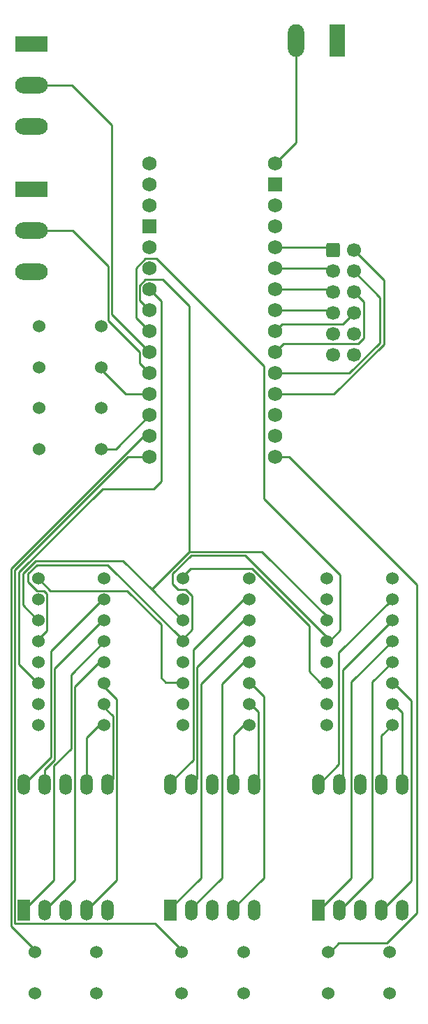
<source format=gbr>
%TF.GenerationSoftware,KiCad,Pcbnew,7.0.10-7.0.10~ubuntu22.04.1*%
%TF.CreationDate,2024-02-07T13:24:05-05:00*%
%TF.ProjectId,CapController,43617043-6f6e-4747-926f-6c6c65722e6b,rev?*%
%TF.SameCoordinates,Original*%
%TF.FileFunction,Copper,L1,Top*%
%TF.FilePolarity,Positive*%
%FSLAX46Y46*%
G04 Gerber Fmt 4.6, Leading zero omitted, Abs format (unit mm)*
G04 Created by KiCad (PCBNEW 7.0.10-7.0.10~ubuntu22.04.1) date 2024-02-07 13:24:05*
%MOMM*%
%LPD*%
G01*
G04 APERTURE LIST*
G04 Aperture macros list*
%AMRoundRect*
0 Rectangle with rounded corners*
0 $1 Rounding radius*
0 $2 $3 $4 $5 $6 $7 $8 $9 X,Y pos of 4 corners*
0 Add a 4 corners polygon primitive as box body*
4,1,4,$2,$3,$4,$5,$6,$7,$8,$9,$2,$3,0*
0 Add four circle primitives for the rounded corners*
1,1,$1+$1,$2,$3*
1,1,$1+$1,$4,$5*
1,1,$1+$1,$6,$7*
1,1,$1+$1,$8,$9*
0 Add four rect primitives between the rounded corners*
20,1,$1+$1,$2,$3,$4,$5,0*
20,1,$1+$1,$4,$5,$6,$7,0*
20,1,$1+$1,$6,$7,$8,$9,0*
20,1,$1+$1,$8,$9,$2,$3,0*%
G04 Aperture macros list end*
%TA.AperFunction,ComponentPad*%
%ADD10R,3.960000X1.980000*%
%TD*%
%TA.AperFunction,ComponentPad*%
%ADD11O,3.960000X1.980000*%
%TD*%
%TA.AperFunction,ComponentPad*%
%ADD12R,1.980000X3.960000*%
%TD*%
%TA.AperFunction,ComponentPad*%
%ADD13O,1.980000X3.960000*%
%TD*%
%TA.AperFunction,ComponentPad*%
%ADD14C,1.524000*%
%TD*%
%TA.AperFunction,ComponentPad*%
%ADD15R,1.524000X2.524000*%
%TD*%
%TA.AperFunction,ComponentPad*%
%ADD16O,1.524000X2.524000*%
%TD*%
%TA.AperFunction,ComponentPad*%
%ADD17C,1.727200*%
%TD*%
%TA.AperFunction,ComponentPad*%
%ADD18R,1.727200X1.727200*%
%TD*%
%TA.AperFunction,ComponentPad*%
%ADD19RoundRect,0.250000X-0.600000X-0.600000X0.600000X-0.600000X0.600000X0.600000X-0.600000X0.600000X0*%
%TD*%
%TA.AperFunction,ComponentPad*%
%ADD20C,1.700000*%
%TD*%
%TA.AperFunction,Conductor*%
%ADD21C,0.250000*%
%TD*%
G04 APERTURE END LIST*
D10*
%TO.P,Wheel_Pot1,1,Pin_1*%
%TO.N,+5V*%
X183770000Y-51000000D03*
D11*
%TO.P,Wheel_Pot1,2,Pin_2*%
%TO.N,Net-(Wheel_Pot1-Pin_2)*%
X183770000Y-56000000D03*
%TO.P,Wheel_Pot1,3,Pin_3*%
%TO.N,GND*%
X183770000Y-61000000D03*
%TD*%
D12*
%TO.P,Power_Terminal1,1,Pin_1*%
%TO.N,GND*%
X220900000Y-33020000D03*
D13*
%TO.P,Power_Terminal1,2,Pin_2*%
%TO.N,Net-(Power_Terminal1-Pin_2)*%
X215900000Y-33020000D03*
%TD*%
D14*
%TO.P,SW_Stop_Reset1,1,1*%
%TO.N,Net-(Nano_33_IoT1-PadD9)*%
X192250000Y-72630000D03*
%TO.P,SW_Stop_Reset1,2,2*%
%TO.N,unconnected-(SW_Stop_Reset1-Pad2)*%
X192250000Y-67630000D03*
%TO.P,SW_Stop_Reset1,3,K*%
%TO.N,unconnected-(SW_Stop_Reset1-K-Pad3)*%
X184750000Y-67630000D03*
%TO.P,SW_Stop_Reset1,4,A*%
%TO.N,GND*%
X184750000Y-72630000D03*
%TD*%
%TO.P,SW_Car2,1,1*%
%TO.N,Net-(Nano_33_IoT1-D12_MISO)*%
X202010000Y-143500000D03*
%TO.P,SW_Car2,2,2*%
%TO.N,unconnected-(SW_Car2-Pad2)*%
X202010000Y-148500000D03*
%TO.P,SW_Car2,3,K*%
%TO.N,unconnected-(SW_Car2-K-Pad3)*%
X209510000Y-148500000D03*
%TO.P,SW_Car2,4,A*%
%TO.N,GND*%
X209510000Y-143500000D03*
%TD*%
%TO.P,SW_Car1,1,1*%
%TO.N,Net-(Nano_33_IoT1-D11_MOSI)*%
X184190000Y-143500000D03*
%TO.P,SW_Car1,2,2*%
%TO.N,unconnected-(SW_Car1-Pad2)*%
X184190000Y-148500000D03*
%TO.P,SW_Car1,3,K*%
%TO.N,unconnected-(SW_Car1-K-Pad3)*%
X191690000Y-148500000D03*
%TO.P,SW_Car1,4,A*%
%TO.N,GND*%
X191690000Y-143500000D03*
%TD*%
D15*
%TO.P,7_Seg_Dis_3,1,e*%
%TO.N,Net-(7_Seg_Dis_3-e)*%
X218590000Y-138410000D03*
D16*
%TO.P,7_Seg_Dis_3,2,d*%
%TO.N,Net-(7_Seg_Dis_3-d)*%
X221130000Y-138410000D03*
%TO.P,7_Seg_Dis_3,3,C.A.*%
%TO.N,GND*%
X223670000Y-138410000D03*
%TO.P,7_Seg_Dis_3,4,c*%
%TO.N,Net-(7_Seg_Dis_3-c)*%
X226210000Y-138410000D03*
%TO.P,7_Seg_Dis_3,5,DP*%
%TO.N,unconnected-(7_Seg_Dis_3-DP-Pad5)*%
X228750000Y-138410000D03*
%TO.P,7_Seg_Dis_3,6,b*%
%TO.N,Net-(7_Seg_Dis_3-b)*%
X228750000Y-123170000D03*
%TO.P,7_Seg_Dis_3,7,a*%
%TO.N,Net-(7_Seg_Dis_3-a)*%
X226210000Y-123170000D03*
%TO.P,7_Seg_Dis_3,8,C.A.*%
%TO.N,GND*%
X223670000Y-123170000D03*
%TO.P,7_Seg_Dis_3,9,f*%
%TO.N,Net-(7_Seg_Dis_3-f)*%
X221130000Y-123170000D03*
%TO.P,7_Seg_Dis_3,10,g*%
%TO.N,Net-(7_Seg_Dis_3-g)*%
X218590000Y-123170000D03*
%TD*%
D14*
%TO.P,SW_Start1,1,1*%
%TO.N,Net-(Nano_33_IoT1-PadD10)*%
X192250000Y-82500000D03*
%TO.P,SW_Start1,2,2*%
%TO.N,unconnected-(SW_Start1-Pad2)*%
X192250000Y-77500000D03*
%TO.P,SW_Start1,3,K*%
%TO.N,unconnected-(SW_Start1-K-Pad3)*%
X184750000Y-77500000D03*
%TO.P,SW_Start1,4,A*%
%TO.N,GND*%
X184750000Y-82500000D03*
%TD*%
D10*
%TO.P,Trigger_Pot1,1,Pin_1*%
%TO.N,+5V*%
X183760000Y-33455000D03*
D11*
%TO.P,Trigger_Pot1,2,Pin_2*%
%TO.N,Net-(Trigger_Pot1-Pin_2)*%
X183760000Y-38455000D03*
%TO.P,Trigger_Pot1,3,Pin_3*%
%TO.N,GND*%
X183760000Y-43455000D03*
%TD*%
D17*
%TO.P,Nano_33_IoT1,3V3,3.3V*%
%TO.N,+5V*%
X213360000Y-80970000D03*
%TO.P,Nano_33_IoT1,5V,5V*%
%TO.N,unconnected-(Nano_33_IoT1-Pad5V)*%
X213360000Y-55570000D03*
%TO.P,Nano_33_IoT1,A0,A0/DAC*%
%TO.N,Net-(Nano_33_IoT1-A0{slash}DAC)*%
X213360000Y-75890000D03*
%TO.P,Nano_33_IoT1,A1,A1*%
%TO.N,Net-(PMOD_Connector1-Pin_4)*%
X213360000Y-73350000D03*
%TO.P,Nano_33_IoT1,A2,A2*%
%TO.N,Net-(PMOD_Connector1-Pin_6)*%
X213360000Y-70810000D03*
%TO.P,Nano_33_IoT1,A3,A3*%
%TO.N,Net-(PMOD_Connector1-Pin_8)*%
X213360000Y-68270000D03*
%TO.P,Nano_33_IoT1,A4,A4/SDA*%
%TO.N,Net-(Nano_33_IoT1-A4{slash}SDA)*%
X213360000Y-65730000D03*
%TO.P,Nano_33_IoT1,A5,A5/SCL*%
%TO.N,Net-(Nano_33_IoT1-A5{slash}SCL)*%
X213360000Y-63190000D03*
%TO.P,Nano_33_IoT1,A6,A6*%
%TO.N,Net-(PMOD_Connector1-Pin_3)*%
X213360000Y-60650000D03*
%TO.P,Nano_33_IoT1,A7,A7*%
%TO.N,Net-(PMOD_Connector1-Pin_1)*%
X213360000Y-58110000D03*
%TO.P,Nano_33_IoT1,AREF,AREF*%
%TO.N,unconnected-(Nano_33_IoT1-PadAREF)*%
X213360000Y-78430000D03*
%TO.P,Nano_33_IoT1,D0,D0/RX*%
%TO.N,unconnected-(Nano_33_IoT1-D0{slash}RX-PadD0)*%
X198120000Y-50490000D03*
%TO.P,Nano_33_IoT1,D1,D1/TX*%
%TO.N,unconnected-(Nano_33_IoT1-D1{slash}TX-PadD1)*%
X198120000Y-47950000D03*
%TO.P,Nano_33_IoT1,D2,D2*%
%TO.N,unconnected-(Nano_33_IoT1-PadD2)*%
X198120000Y-58110000D03*
%TO.P,Nano_33_IoT1,D3,D3*%
%TO.N,unconnected-(Nano_33_IoT1-PadD3)*%
X198120000Y-60650000D03*
%TO.P,Nano_33_IoT1,D4,D4*%
%TO.N,/LED_Data_In*%
X198120000Y-63190000D03*
%TO.P,Nano_33_IoT1,D5,D5*%
%TO.N,/LED_Data_In_CLK*%
X198120000Y-65730000D03*
%TO.P,Nano_33_IoT1,D6,D6*%
%TO.N,/LED_Store_CLK*%
X198120000Y-68270000D03*
%TO.P,Nano_33_IoT1,D7,D7*%
%TO.N,Net-(Trigger_Pot1-Pin_2)*%
X198120000Y-70810000D03*
%TO.P,Nano_33_IoT1,D8,D8*%
%TO.N,Net-(Wheel_Pot1-Pin_2)*%
X198120000Y-73350000D03*
%TO.P,Nano_33_IoT1,D9,D9*%
%TO.N,Net-(Nano_33_IoT1-PadD9)*%
X198120000Y-75890000D03*
%TO.P,Nano_33_IoT1,D10,D10*%
%TO.N,Net-(Nano_33_IoT1-PadD10)*%
X198120000Y-78430000D03*
%TO.P,Nano_33_IoT1,D11,D11_MOSI*%
%TO.N,Net-(Nano_33_IoT1-D11_MOSI)*%
X198120000Y-80970000D03*
%TO.P,Nano_33_IoT1,D12,D12_MISO*%
%TO.N,Net-(Nano_33_IoT1-D12_MISO)*%
X198120000Y-83510000D03*
%TO.P,Nano_33_IoT1,D13,D13_SCK*%
%TO.N,Net-(Nano_33_IoT1-D13_SCK)*%
X213360000Y-83510000D03*
D18*
%TO.P,Nano_33_IoT1,GND1,GND*%
%TO.N,GND*%
X198120000Y-55570000D03*
%TO.P,Nano_33_IoT1,GND2,GND*%
%TO.N,unconnected-(Nano_33_IoT1-GND-PadGND2)*%
X213360000Y-50490000D03*
D17*
%TO.P,Nano_33_IoT1,RST1,RESET*%
%TO.N,unconnected-(Nano_33_IoT1-RESET-PadRST1)*%
X198120000Y-53030000D03*
%TO.P,Nano_33_IoT1,RST2,RESET*%
%TO.N,unconnected-(Nano_33_IoT1-RESET-PadRST2)*%
X213360000Y-53030000D03*
%TO.P,Nano_33_IoT1,VIN,VIN*%
%TO.N,Net-(Power_Terminal1-Pin_2)*%
X213360000Y-47950000D03*
%TD*%
D14*
%TO.P,Shift_Reg_1,1,QB*%
%TO.N,Net-(7_Seg_Dis_1-a)*%
X192600000Y-116010000D03*
%TO.P,Shift_Reg_1,2,QC*%
%TO.N,Net-(7_Seg_Dis_1-b)*%
X192600000Y-113470000D03*
%TO.P,Shift_Reg_1,3,QD*%
%TO.N,Net-(7_Seg_Dis_1-c)*%
X192600000Y-110930000D03*
%TO.P,Shift_Reg_1,4,QE*%
%TO.N,Net-(7_Seg_Dis_1-d)*%
X192600000Y-108390000D03*
%TO.P,Shift_Reg_1,5,QF*%
%TO.N,Net-(7_Seg_Dis_1-e)*%
X192600000Y-105850000D03*
%TO.P,Shift_Reg_1,6,QG*%
%TO.N,Net-(7_Seg_Dis_1-f)*%
X192600000Y-103310000D03*
%TO.P,Shift_Reg_1,7,QH*%
%TO.N,Net-(7_Seg_Dis_1-g)*%
X192600000Y-100770000D03*
%TO.P,Shift_Reg_1,8,GND*%
%TO.N,GND*%
X192600000Y-98230000D03*
%TO.P,Shift_Reg_1,9,QH'*%
%TO.N,Net-(Shift_Reg_1-QH')*%
X184600000Y-98230000D03*
%TO.P,Shift_Reg_1,10,~{SRCLR}*%
%TO.N,+5V*%
X184600000Y-100770000D03*
%TO.P,Shift_Reg_1,11,SRCLK*%
%TO.N,/LED_Data_In_CLK*%
X184600000Y-103310000D03*
%TO.P,Shift_Reg_1,12,RCLK*%
%TO.N,/LED_Store_CLK*%
X184600000Y-105850000D03*
%TO.P,Shift_Reg_1,13,~{OE}*%
%TO.N,GND*%
X184600000Y-108390000D03*
%TO.P,Shift_Reg_1,14,SER*%
%TO.N,/LED_Data_In*%
X184600000Y-110930000D03*
%TO.P,Shift_Reg_1,15,QA*%
%TO.N,unconnected-(Shift_Reg_1-QA-Pad15)*%
X184600000Y-113470000D03*
%TO.P,Shift_Reg_1,16,VCC*%
%TO.N,+5V*%
X184600000Y-116010000D03*
%TD*%
D15*
%TO.P,7_Seg_Dis_2,1,e*%
%TO.N,Net-(7_Seg_Dis_2-e)*%
X200660000Y-138410000D03*
D16*
%TO.P,7_Seg_Dis_2,2,d*%
%TO.N,Net-(7_Seg_Dis_2-d)*%
X203200000Y-138410000D03*
%TO.P,7_Seg_Dis_2,3,C.A.*%
%TO.N,GND*%
X205740000Y-138410000D03*
%TO.P,7_Seg_Dis_2,4,c*%
%TO.N,Net-(7_Seg_Dis_2-c)*%
X208280000Y-138410000D03*
%TO.P,7_Seg_Dis_2,5,DP*%
%TO.N,unconnected-(7_Seg_Dis_2-DP-Pad5)*%
X210820000Y-138410000D03*
%TO.P,7_Seg_Dis_2,6,b*%
%TO.N,Net-(7_Seg_Dis_2-b)*%
X210820000Y-123170000D03*
%TO.P,7_Seg_Dis_2,7,a*%
%TO.N,Net-(7_Seg_Dis_2-a)*%
X208280000Y-123170000D03*
%TO.P,7_Seg_Dis_2,8,C.A.*%
%TO.N,GND*%
X205740000Y-123170000D03*
%TO.P,7_Seg_Dis_2,9,f*%
%TO.N,Net-(7_Seg_Dis_2-f)*%
X203200000Y-123170000D03*
%TO.P,7_Seg_Dis_2,10,g*%
%TO.N,Net-(7_Seg_Dis_2-g)*%
X200660000Y-123170000D03*
%TD*%
D14*
%TO.P,Shift_Reg_2,1,QB*%
%TO.N,Net-(7_Seg_Dis_2-a)*%
X210200000Y-116010000D03*
%TO.P,Shift_Reg_2,2,QC*%
%TO.N,Net-(7_Seg_Dis_2-b)*%
X210200000Y-113470000D03*
%TO.P,Shift_Reg_2,3,QD*%
%TO.N,Net-(7_Seg_Dis_2-c)*%
X210200000Y-110930000D03*
%TO.P,Shift_Reg_2,4,QE*%
%TO.N,Net-(7_Seg_Dis_2-d)*%
X210200000Y-108390000D03*
%TO.P,Shift_Reg_2,5,QF*%
%TO.N,Net-(7_Seg_Dis_2-e)*%
X210200000Y-105850000D03*
%TO.P,Shift_Reg_2,6,QG*%
%TO.N,Net-(7_Seg_Dis_2-f)*%
X210200000Y-103310000D03*
%TO.P,Shift_Reg_2,7,QH*%
%TO.N,Net-(7_Seg_Dis_2-g)*%
X210200000Y-100770000D03*
%TO.P,Shift_Reg_2,8,GND*%
%TO.N,GND*%
X210200000Y-98230000D03*
%TO.P,Shift_Reg_2,9,QH'*%
%TO.N,Net-(Shift_Reg_2-QH')*%
X202200000Y-98230000D03*
%TO.P,Shift_Reg_2,10,~{SRCLR}*%
%TO.N,+5V*%
X202200000Y-100770000D03*
%TO.P,Shift_Reg_2,11,SRCLK*%
%TO.N,/LED_Data_In_CLK*%
X202200000Y-103310000D03*
%TO.P,Shift_Reg_2,12,RCLK*%
%TO.N,/LED_Store_CLK*%
X202200000Y-105850000D03*
%TO.P,Shift_Reg_2,13,~{OE}*%
%TO.N,GND*%
X202200000Y-108390000D03*
%TO.P,Shift_Reg_2,14,SER*%
%TO.N,Net-(Shift_Reg_1-QH')*%
X202200000Y-110930000D03*
%TO.P,Shift_Reg_2,15,QA*%
%TO.N,unconnected-(Shift_Reg_2-QA-Pad15)*%
X202200000Y-113470000D03*
%TO.P,Shift_Reg_2,16,VCC*%
%TO.N,+5V*%
X202200000Y-116010000D03*
%TD*%
D15*
%TO.P,7_Seg_Dis_1,1,e*%
%TO.N,Net-(7_Seg_Dis_1-e)*%
X182880000Y-138410000D03*
D16*
%TO.P,7_Seg_Dis_1,2,d*%
%TO.N,Net-(7_Seg_Dis_1-d)*%
X185420000Y-138410000D03*
%TO.P,7_Seg_Dis_1,3,C.A.*%
%TO.N,GND*%
X187960000Y-138410000D03*
%TO.P,7_Seg_Dis_1,4,c*%
%TO.N,Net-(7_Seg_Dis_1-c)*%
X190500000Y-138410000D03*
%TO.P,7_Seg_Dis_1,5,DP*%
%TO.N,unconnected-(7_Seg_Dis_1-DP-Pad5)*%
X193040000Y-138410000D03*
%TO.P,7_Seg_Dis_1,6,b*%
%TO.N,Net-(7_Seg_Dis_1-b)*%
X193040000Y-123170000D03*
%TO.P,7_Seg_Dis_1,7,a*%
%TO.N,Net-(7_Seg_Dis_1-a)*%
X190500000Y-123170000D03*
%TO.P,7_Seg_Dis_1,8,C.A.*%
%TO.N,GND*%
X187960000Y-123170000D03*
%TO.P,7_Seg_Dis_1,9,f*%
%TO.N,Net-(7_Seg_Dis_1-f)*%
X185420000Y-123170000D03*
%TO.P,7_Seg_Dis_1,10,g*%
%TO.N,Net-(7_Seg_Dis_1-g)*%
X182880000Y-123170000D03*
%TD*%
D14*
%TO.P,SW_Car3,1,1*%
%TO.N,Net-(Nano_33_IoT1-D13_SCK)*%
X219750000Y-143500000D03*
%TO.P,SW_Car3,2,2*%
%TO.N,unconnected-(SW_Car3-Pad2)*%
X219750000Y-148500000D03*
%TO.P,SW_Car3,3,K*%
%TO.N,unconnected-(SW_Car3-K-Pad3)*%
X227250000Y-148500000D03*
%TO.P,SW_Car3,4,A*%
%TO.N,GND*%
X227250000Y-143500000D03*
%TD*%
%TO.P,Shift_Reg_3,1,QB*%
%TO.N,Net-(7_Seg_Dis_3-a)*%
X227600000Y-116010000D03*
%TO.P,Shift_Reg_3,2,QC*%
%TO.N,Net-(7_Seg_Dis_3-b)*%
X227600000Y-113470000D03*
%TO.P,Shift_Reg_3,3,QD*%
%TO.N,Net-(7_Seg_Dis_3-c)*%
X227600000Y-110930000D03*
%TO.P,Shift_Reg_3,4,QE*%
%TO.N,Net-(7_Seg_Dis_3-d)*%
X227600000Y-108390000D03*
%TO.P,Shift_Reg_3,5,QF*%
%TO.N,Net-(7_Seg_Dis_3-e)*%
X227600000Y-105850000D03*
%TO.P,Shift_Reg_3,6,QG*%
%TO.N,Net-(7_Seg_Dis_3-f)*%
X227600000Y-103310000D03*
%TO.P,Shift_Reg_3,7,QH*%
%TO.N,Net-(7_Seg_Dis_3-g)*%
X227600000Y-100770000D03*
%TO.P,Shift_Reg_3,8,GND*%
%TO.N,GND*%
X227600000Y-98230000D03*
%TO.P,Shift_Reg_3,9,QH'*%
%TO.N,unconnected-(Shift_Reg_3-QH'-Pad9)*%
X219600000Y-98230000D03*
%TO.P,Shift_Reg_3,10,~{SRCLR}*%
%TO.N,+5V*%
X219600000Y-100770000D03*
%TO.P,Shift_Reg_3,11,SRCLK*%
%TO.N,/LED_Data_In_CLK*%
X219600000Y-103310000D03*
%TO.P,Shift_Reg_3,12,RCLK*%
%TO.N,/LED_Store_CLK*%
X219600000Y-105850000D03*
%TO.P,Shift_Reg_3,13,~{OE}*%
%TO.N,GND*%
X219600000Y-108390000D03*
%TO.P,Shift_Reg_3,14,SER*%
%TO.N,Net-(Shift_Reg_2-QH')*%
X219600000Y-110930000D03*
%TO.P,Shift_Reg_3,15,QA*%
%TO.N,unconnected-(Shift_Reg_3-QA-Pad15)*%
X219600000Y-113470000D03*
%TO.P,Shift_Reg_3,16,VCC*%
%TO.N,+5V*%
X219600000Y-116010000D03*
%TD*%
D19*
%TO.P,PMOD_Connector1,1,Pin_1*%
%TO.N,Net-(PMOD_Connector1-Pin_1)*%
X220362500Y-58440000D03*
D20*
%TO.P,PMOD_Connector1,2,Pin_2*%
%TO.N,Net-(Nano_33_IoT1-A0{slash}DAC)*%
X222902500Y-58440000D03*
%TO.P,PMOD_Connector1,3,Pin_3*%
%TO.N,Net-(PMOD_Connector1-Pin_3)*%
X220362500Y-60980000D03*
%TO.P,PMOD_Connector1,4,Pin_4*%
%TO.N,Net-(PMOD_Connector1-Pin_4)*%
X222902500Y-60980000D03*
%TO.P,PMOD_Connector1,5,Pin_5*%
%TO.N,Net-(Nano_33_IoT1-A5{slash}SCL)*%
X220362500Y-63520000D03*
%TO.P,PMOD_Connector1,6,Pin_6*%
%TO.N,Net-(PMOD_Connector1-Pin_6)*%
X222902500Y-63520000D03*
%TO.P,PMOD_Connector1,7,Pin_7*%
%TO.N,Net-(Nano_33_IoT1-A4{slash}SDA)*%
X220362500Y-66060000D03*
%TO.P,PMOD_Connector1,8,Pin_8*%
%TO.N,Net-(PMOD_Connector1-Pin_8)*%
X222902500Y-66060000D03*
%TO.P,PMOD_Connector1,9,Pin_9*%
%TO.N,GND*%
X220362500Y-68600000D03*
%TO.P,PMOD_Connector1,10,Pin_10*%
X222902500Y-68600000D03*
%TO.P,PMOD_Connector1,11,Pin_11*%
%TO.N,+5V*%
X220362500Y-71140000D03*
%TO.P,PMOD_Connector1,12,Pin_12*%
X222902500Y-71140000D03*
%TD*%
D21*
%TO.N,Net-(7_Seg_Dis_1-e)*%
X188597000Y-109853000D02*
X192600000Y-105850000D01*
X186507000Y-120929396D02*
X188597000Y-118839396D01*
X182880000Y-138410000D02*
X186507000Y-134783000D01*
X188597000Y-118839396D02*
X188597000Y-109853000D01*
X186507000Y-134783000D02*
X186507000Y-120929396D01*
%TO.N,Net-(7_Seg_Dis_1-d)*%
X189047000Y-134783000D02*
X189047000Y-111313000D01*
X189047000Y-111313000D02*
X192110000Y-108250000D01*
X185420000Y-138410000D02*
X189047000Y-134783000D01*
%TO.N,Net-(7_Seg_Dis_1-c)*%
X192110000Y-110790000D02*
X194137000Y-112817000D01*
X194137000Y-112817000D02*
X194137000Y-134773000D01*
X194137000Y-134773000D02*
X190500000Y-138410000D01*
%TO.N,Net-(7_Seg_Dis_1-b)*%
X193687000Y-122523000D02*
X193040000Y-123170000D01*
X192110000Y-113330000D02*
X193687000Y-114907000D01*
X193687000Y-114907000D02*
X193687000Y-122523000D01*
%TO.N,Net-(7_Seg_Dis_1-a)*%
X190500000Y-117480000D02*
X192110000Y-115870000D01*
X190500000Y-123170000D02*
X190500000Y-117480000D01*
%TO.N,Net-(7_Seg_Dis_1-f)*%
X185420000Y-121420000D02*
X185420000Y-123170000D01*
X186587000Y-109093000D02*
X186587000Y-120213000D01*
X186587000Y-120213000D02*
X185400000Y-121400000D01*
X185400000Y-121400000D02*
X185420000Y-121420000D01*
X186587000Y-109093000D02*
X192600000Y-103080000D01*
%TO.N,Net-(7_Seg_Dis_1-g)*%
X182880000Y-123170000D02*
X186137000Y-119913000D01*
X186137000Y-107003000D02*
X192600000Y-100540000D01*
X186137000Y-119913000D02*
X186137000Y-107003000D01*
%TO.N,Net-(7_Seg_Dis_2-e)*%
X204380000Y-111018000D02*
X209983000Y-105415000D01*
X200753000Y-138115000D02*
X204380000Y-134488000D01*
X204380000Y-134488000D02*
X204380000Y-111018000D01*
%TO.N,Net-(7_Seg_Dis_2-d)*%
X206920000Y-134488000D02*
X206920000Y-111018000D01*
X206920000Y-111018000D02*
X209983000Y-107955000D01*
X203293000Y-138115000D02*
X206920000Y-134488000D01*
%TO.N,Net-(7_Seg_Dis_2-c)*%
X208373000Y-138115000D02*
X212000000Y-134488000D01*
X212000000Y-112512000D02*
X209983000Y-110495000D01*
X212000000Y-134488000D02*
X212000000Y-112512000D01*
%TO.N,Net-(7_Seg_Dis_2-b)*%
X209983000Y-113035000D02*
X211287000Y-114339000D01*
X211287000Y-114339000D02*
X211287000Y-122703000D01*
X211287000Y-122703000D02*
X210820000Y-123170000D01*
X210913000Y-122875000D02*
X211070000Y-122718000D01*
%TO.N,Net-(7_Seg_Dis_2-a)*%
X208373000Y-122875000D02*
X208373000Y-117185000D01*
X208373000Y-117185000D02*
X209983000Y-115575000D01*
%TO.N,Net-(7_Seg_Dis_2-f)*%
X203900000Y-122470000D02*
X203200000Y-123170000D01*
X203900000Y-108958000D02*
X203900000Y-122470000D01*
X203900000Y-108958000D02*
X209983000Y-102875000D01*
X203293000Y-122875000D02*
X203900000Y-122268000D01*
%TO.N,Net-(7_Seg_Dis_2-g)*%
X203450000Y-106868000D02*
X209983000Y-100335000D01*
X200753000Y-122875000D02*
X203450000Y-120178000D01*
X203450000Y-120178000D02*
X203450000Y-106868000D01*
%TO.N,Net-(7_Seg_Dis_3-e)*%
X218590000Y-138490000D02*
X222583000Y-134497000D01*
X222583000Y-110737000D02*
X227610000Y-105710000D01*
X222583000Y-134497000D02*
X222583000Y-110737000D01*
%TO.N,Net-(7_Seg_Dis_3-d)*%
X221130000Y-138490000D02*
X225123000Y-134497000D01*
X225123000Y-110737000D02*
X227610000Y-108250000D01*
X225123000Y-134497000D02*
X225123000Y-110737000D01*
%TO.N,Net-(7_Seg_Dis_3-c)*%
X226210000Y-138490000D02*
X229837000Y-134863000D01*
X229837000Y-134863000D02*
X229837000Y-113017000D01*
X229837000Y-113017000D02*
X227610000Y-110790000D01*
%TO.N,Net-(7_Seg_Dis_3-b)*%
X228750000Y-114470000D02*
X227610000Y-113330000D01*
X228750000Y-123250000D02*
X228750000Y-114470000D01*
%TO.N,Net-(7_Seg_Dis_3-a)*%
X226210000Y-117270000D02*
X227610000Y-115870000D01*
X226210000Y-123250000D02*
X226210000Y-117270000D01*
%TO.N,Net-(7_Seg_Dis_3-f)*%
X221527000Y-122853000D02*
X221527000Y-109253000D01*
X221130000Y-123250000D02*
X221527000Y-122853000D01*
X221527000Y-109253000D02*
X227610000Y-103170000D01*
%TO.N,Net-(7_Seg_Dis_3-g)*%
X221077000Y-107163000D02*
X227610000Y-100630000D01*
X218590000Y-123250000D02*
X221077000Y-120763000D01*
X221077000Y-120763000D02*
X221077000Y-107163000D01*
%TO.N,Net-(Nano_33_IoT1-A0{slash}DAC)*%
X226510000Y-62047500D02*
X222902500Y-58440000D01*
X220450597Y-75890000D02*
X226510000Y-69830597D01*
X213360000Y-75890000D02*
X220450597Y-75890000D01*
X226510000Y-69830597D02*
X226510000Y-62047500D01*
%TO.N,Net-(PMOD_Connector1-Pin_8)*%
X214223599Y-67406401D02*
X221556099Y-67406401D01*
X221556099Y-67406401D02*
X222902500Y-66060000D01*
X213360000Y-68270000D02*
X214223599Y-67406401D01*
%TO.N,Net-(Nano_33_IoT1-A4{slash}SDA)*%
X213360000Y-65730000D02*
X220032500Y-65730000D01*
X220032500Y-65730000D02*
X220362500Y-66060000D01*
%TO.N,Net-(Nano_33_IoT1-A5{slash}SCL)*%
X213360000Y-63190000D02*
X220032500Y-63190000D01*
X220032500Y-63190000D02*
X220362500Y-63520000D01*
%TO.N,Net-(PMOD_Connector1-Pin_6)*%
X224077500Y-69086701D02*
X224077500Y-64695000D01*
X224077500Y-64695000D02*
X222902500Y-63520000D01*
X213360000Y-70810000D02*
X214395000Y-69775000D01*
X223389201Y-69775000D02*
X224077500Y-69086701D01*
X214395000Y-69775000D02*
X223389201Y-69775000D01*
%TO.N,/LED_Data_In*%
X199500000Y-86473122D02*
X199500000Y-64570000D01*
X198648122Y-87325000D02*
X199500000Y-86473122D01*
X182300000Y-97427208D02*
X192402208Y-87325000D01*
X182300000Y-108600000D02*
X182300000Y-97427208D01*
X192402208Y-87325000D02*
X198648122Y-87325000D01*
X184490000Y-110790000D02*
X182300000Y-108600000D01*
X199500000Y-64570000D02*
X198120000Y-63190000D01*
%TO.N,/LED_Data_In_CLK*%
X194923000Y-96103000D02*
X184260604Y-96103000D01*
X219990000Y-103170000D02*
X211766802Y-94946802D01*
X197629065Y-62000000D02*
X199750000Y-62000000D01*
X184260604Y-96103000D02*
X182750000Y-97613604D01*
X202959551Y-65209551D02*
X202959551Y-94946802D01*
X198410000Y-99590000D02*
X194923000Y-96103000D01*
X202959551Y-94946802D02*
X198410000Y-99496353D01*
X198410000Y-99496353D02*
X198410000Y-99590000D01*
X182750000Y-97613604D02*
X182750000Y-101430000D01*
X182750000Y-101430000D02*
X184490000Y-103170000D01*
X211766802Y-94946802D02*
X202959551Y-94946802D01*
X199750000Y-62000000D02*
X202959551Y-65209551D01*
X201990000Y-103170000D02*
X198410000Y-99590000D01*
X198120000Y-65730000D02*
X196931400Y-64541400D01*
X196931400Y-64541400D02*
X196931400Y-62697665D01*
X196931400Y-62697665D02*
X197629065Y-62000000D01*
%TO.N,/LED_Store_CLK*%
X212000000Y-72500000D02*
X212000000Y-88562749D01*
X221250000Y-104450000D02*
X219990000Y-105710000D01*
X185687000Y-100089749D02*
X185687000Y-104513000D01*
X219990000Y-105710000D02*
X209676802Y-95396802D01*
X185687000Y-104513000D02*
X184490000Y-105710000D01*
X185280251Y-99683000D02*
X185687000Y-100089749D01*
X212000000Y-88562749D02*
X221250000Y-97812749D01*
X184483000Y-99683000D02*
X185280251Y-99683000D01*
X198961400Y-59461400D02*
X212000000Y-72500000D01*
X203287000Y-100287000D02*
X203287000Y-104413000D01*
X198120000Y-68270000D02*
X196481400Y-66631400D01*
X201990000Y-105710000D02*
X201990000Y-105490000D01*
X197627665Y-59461400D02*
X198961400Y-59461400D01*
X203145947Y-95396802D02*
X200903000Y-97639749D01*
X193053000Y-96553000D02*
X184447000Y-96553000D01*
X183403000Y-97597000D02*
X183403000Y-98603000D01*
X196481400Y-60607665D02*
X197627665Y-59461400D01*
X202543000Y-99543000D02*
X203287000Y-100287000D01*
X200903000Y-97639749D02*
X200903000Y-98906251D01*
X183403000Y-98603000D02*
X184483000Y-99683000D01*
X203287000Y-104413000D02*
X201990000Y-105710000D01*
X184447000Y-96553000D02*
X183403000Y-97597000D01*
X209676802Y-95396802D02*
X203145947Y-95396802D01*
X201539749Y-99543000D02*
X202543000Y-99543000D01*
X221250000Y-97812749D02*
X221250000Y-104450000D01*
X201990000Y-105490000D02*
X193053000Y-96553000D01*
X196481400Y-66631400D02*
X196481400Y-60607665D01*
X200903000Y-98906251D02*
X201539749Y-99543000D01*
%TO.N,Net-(Trigger_Pot1-Pin_2)*%
X193537000Y-66227000D02*
X198120000Y-70810000D01*
X188740000Y-38455000D02*
X193537000Y-43252000D01*
X188740000Y-38455000D02*
X183760000Y-38455000D01*
X193537000Y-43252000D02*
X193537000Y-66227000D01*
%TO.N,Net-(Wheel_Pot1-Pin_2)*%
X196931400Y-72161400D02*
X198120000Y-73350000D01*
X193087000Y-66929749D02*
X196931400Y-70774149D01*
X188750000Y-56000000D02*
X183770000Y-56000000D01*
X188750000Y-56000000D02*
X193087000Y-60337000D01*
X193087000Y-60337000D02*
X193087000Y-66929749D01*
X196931400Y-70774149D02*
X196931400Y-72161400D01*
%TO.N,Net-(Nano_33_IoT1-PadD9)*%
X195260000Y-75890000D02*
X192000000Y-72630000D01*
X198120000Y-75890000D02*
X195260000Y-75890000D01*
%TO.N,Net-(Nano_33_IoT1-PadD10)*%
X192000000Y-82500000D02*
X194050000Y-82500000D01*
X194050000Y-82500000D02*
X198120000Y-78430000D01*
%TO.N,Net-(Nano_33_IoT1-D11_MOSI)*%
X181343000Y-140403000D02*
X181343000Y-97020604D01*
X184440000Y-143500000D02*
X181343000Y-140403000D01*
X197393604Y-80970000D02*
X198120000Y-80970000D01*
X181343000Y-97020604D02*
X197393604Y-80970000D01*
%TO.N,Net-(Nano_33_IoT1-D12_MISO)*%
X181793000Y-139997000D02*
X181793000Y-97207000D01*
X195490000Y-83510000D02*
X198120000Y-83510000D01*
X198757000Y-139997000D02*
X181793000Y-139997000D01*
X202260000Y-143500000D02*
X198757000Y-139997000D01*
X181793000Y-97207000D02*
X195490000Y-83510000D01*
%TO.N,Net-(Nano_33_IoT1-D13_SCK)*%
X220000000Y-143500000D02*
X221087000Y-142413000D01*
X230500000Y-99000000D02*
X215010000Y-83510000D01*
X215010000Y-83510000D02*
X213360000Y-83510000D01*
X221087000Y-142413000D02*
X226864250Y-142413000D01*
X230500000Y-138777250D02*
X230500000Y-99000000D01*
X226864250Y-142413000D02*
X230500000Y-138777250D01*
%TO.N,Net-(Power_Terminal1-Pin_2)*%
X215900000Y-45410000D02*
X213360000Y-47950000D01*
X215900000Y-33020000D02*
X215900000Y-45410000D01*
%TO.N,Net-(Shift_Reg_1-QH')*%
X195433000Y-99683000D02*
X186053000Y-99683000D01*
X199500000Y-110250000D02*
X200040000Y-110790000D01*
X186053000Y-99683000D02*
X184600000Y-98230000D01*
X201990000Y-110510000D02*
X201990000Y-110790000D01*
X199500000Y-103750000D02*
X199500000Y-110250000D01*
X200040000Y-110790000D02*
X201990000Y-110790000D01*
X199500000Y-103750000D02*
X195433000Y-99683000D01*
%TO.N,Net-(Shift_Reg_2-QH')*%
X217500000Y-103992749D02*
X210510251Y-97003000D01*
X217500000Y-109500000D02*
X217500000Y-103992749D01*
X219990000Y-110790000D02*
X218790000Y-110790000D01*
X210510251Y-97003000D02*
X203077000Y-97003000D01*
X203077000Y-97003000D02*
X201990000Y-98090000D01*
X218790000Y-110790000D02*
X217500000Y-109500000D01*
%TO.N,Net-(PMOD_Connector1-Pin_1)*%
X220032500Y-58110000D02*
X220362500Y-58440000D01*
X213360000Y-58110000D02*
X220032500Y-58110000D01*
%TO.N,Net-(PMOD_Connector1-Pin_4)*%
X213360000Y-73350000D02*
X222354201Y-73350000D01*
X222354201Y-73350000D02*
X226060000Y-69644201D01*
X226060000Y-64137500D02*
X222902500Y-60980000D01*
X226060000Y-69644201D02*
X226060000Y-64137500D01*
%TO.N,Net-(PMOD_Connector1-Pin_3)*%
X220032500Y-60650000D02*
X220362500Y-60980000D01*
X213360000Y-60650000D02*
X220032500Y-60650000D01*
%TD*%
M02*

</source>
